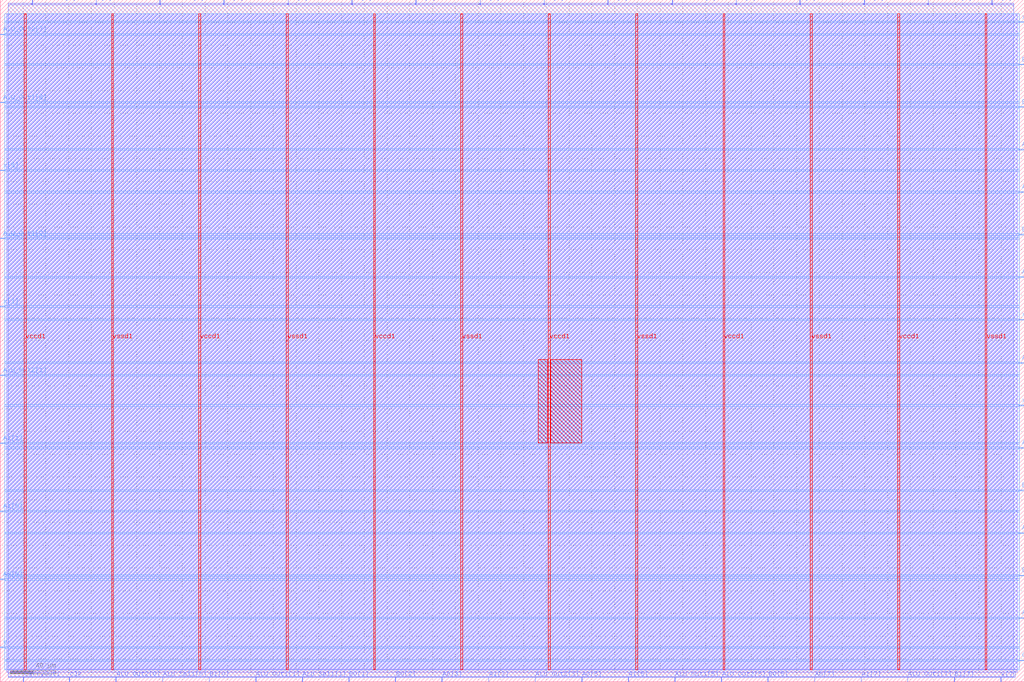
<source format=lef>
VERSION 5.7 ;
  NOWIREEXTENSIONATPIN ON ;
  DIVIDERCHAR "/" ;
  BUSBITCHARS "[]" ;
MACRO user_proj_example
  CLASS BLOCK ;
  FOREIGN user_proj_example ;
  ORIGIN 0.000 0.000 ;
  SIZE 900.000 BY 600.000 ;
  PIN A0[0]
    DIRECTION INPUT ;
    USE SIGNAL ;
    PORT
      LAYER met3 ;
        RECT 0.000 89.800 4.000 90.400 ;
    END
  END A0[0]
  PIN A0[1]
    DIRECTION INPUT ;
    USE SIGNAL ;
    PORT
      LAYER met3 ;
        RECT 896.000 130.600 900.000 131.200 ;
    END
  END A0[1]
  PIN A0[2]
    DIRECTION INPUT ;
    USE SIGNAL ;
    PORT
      LAYER met2 ;
        RECT 196.510 596.000 196.790 600.000 ;
    END
  END A0[2]
  PIN A0[3]
    DIRECTION INPUT ;
    USE SIGNAL ;
    PORT
      LAYER met2 ;
        RECT 388.330 0.000 388.610 4.000 ;
    END
  END A0[3]
  PIN A0[4]
    DIRECTION INPUT ;
    USE SIGNAL ;
    PORT
      LAYER met2 ;
        RECT 478.030 596.000 478.310 600.000 ;
    END
  END A0[4]
  PIN A0[5]
    DIRECTION INPUT ;
    USE SIGNAL ;
    PORT
      LAYER met2 ;
        RECT 511.150 0.000 511.430 4.000 ;
    END
  END A0[5]
  PIN A0[6]
    DIRECTION INPUT ;
    USE SIGNAL ;
    PORT
      LAYER met3 ;
        RECT 896.000 430.480 900.000 431.080 ;
    END
  END A0[6]
  PIN A0[7]
    DIRECTION INPUT ;
    USE SIGNAL ;
    PORT
      LAYER met2 ;
        RECT 715.850 0.000 716.130 4.000 ;
    END
  END A0[7]
  PIN A1[0]
    DIRECTION INPUT ;
    USE SIGNAL ;
    PORT
      LAYER met3 ;
        RECT 0.000 149.640 4.000 150.240 ;
    END
  END A1[0]
  PIN A1[1]
    DIRECTION INPUT ;
    USE SIGNAL ;
    PORT
      LAYER met3 ;
        RECT 0.000 209.480 4.000 210.080 ;
    END
  END A1[1]
  PIN A1[2]
    DIRECTION INPUT ;
    USE SIGNAL ;
    PORT
      LAYER met2 ;
        RECT 253.090 596.000 253.370 600.000 ;
    END
  END A1[2]
  PIN A1[3]
    DIRECTION INPUT ;
    USE SIGNAL ;
    PORT
      LAYER met2 ;
        RECT 429.270 0.000 429.550 4.000 ;
    END
  END A1[3]
  PIN A1[4]
    DIRECTION INPUT ;
    USE SIGNAL ;
    PORT
      LAYER met2 ;
        RECT 534.150 596.000 534.430 600.000 ;
    END
  END A1[4]
  PIN A1[5]
    DIRECTION INPUT ;
    USE SIGNAL ;
    PORT
      LAYER met2 ;
        RECT 552.090 0.000 552.370 4.000 ;
    END
  END A1[5]
  PIN A1[6]
    DIRECTION INPUT ;
    USE SIGNAL ;
    PORT
      LAYER met3 ;
        RECT 896.000 467.880 900.000 468.480 ;
    END
  END A1[6]
  PIN A1[7]
    DIRECTION INPUT ;
    USE SIGNAL ;
    PORT
      LAYER met2 ;
        RECT 756.790 0.000 757.070 4.000 ;
    END
  END A1[7]
  PIN ALU_Out1[0]
    DIRECTION OUTPUT TRISTATE ;
    USE SIGNAL ;
    PORT
      LAYER met3 ;
        RECT 896.000 55.800 900.000 56.400 ;
    END
  END ALU_Out1[0]
  PIN ALU_Out1[1]
    DIRECTION OUTPUT TRISTATE ;
    USE SIGNAL ;
    PORT
      LAYER met2 ;
        RECT 224.570 0.000 224.850 4.000 ;
    END
  END ALU_Out1[1]
  PIN ALU_Out1[2]
    DIRECTION OUTPUT TRISTATE ;
    USE SIGNAL ;
    PORT
      LAYER met3 ;
        RECT 0.000 389.680 4.000 390.280 ;
    END
  END ALU_Out1[2]
  PIN ALU_Out1[3]
    DIRECTION OUTPUT TRISTATE ;
    USE SIGNAL ;
    PORT
      LAYER met3 ;
        RECT 896.000 280.200 900.000 280.800 ;
    END
  END ALU_Out1[3]
  PIN ALU_Out1[4]
    DIRECTION OUTPUT TRISTATE ;
    USE SIGNAL ;
    PORT
      LAYER met3 ;
        RECT 896.000 355.680 900.000 356.280 ;
    END
  END ALU_Out1[4]
  PIN ALU_Out1[5]
    DIRECTION OUTPUT TRISTATE ;
    USE SIGNAL ;
    PORT
      LAYER met2 ;
        RECT 593.030 0.000 593.310 4.000 ;
    END
  END ALU_Out1[5]
  PIN ALU_Out1[6]
    DIRECTION OUTPUT TRISTATE ;
    USE SIGNAL ;
    PORT
      LAYER met3 ;
        RECT 0.000 509.360 4.000 509.960 ;
    END
  END ALU_Out1[6]
  PIN ALU_Out1[7]
    DIRECTION OUTPUT TRISTATE ;
    USE SIGNAL ;
    PORT
      LAYER met2 ;
        RECT 797.730 0.000 798.010 4.000 ;
    END
  END ALU_Out1[7]
  PIN ALU_Out2[0]
    DIRECTION OUTPUT TRISTATE ;
    USE SIGNAL ;
    PORT
      LAYER met2 ;
        RECT 101.750 0.000 102.030 4.000 ;
    END
  END ALU_Out2[0]
  PIN ALU_Out2[1]
    DIRECTION OUTPUT TRISTATE ;
    USE SIGNAL ;
    PORT
      LAYER met3 ;
        RECT 0.000 269.320 4.000 269.920 ;
    END
  END ALU_Out2[1]
  PIN ALU_Out2[2]
    DIRECTION OUTPUT TRISTATE ;
    USE SIGNAL ;
    PORT
      LAYER met3 ;
        RECT 896.000 205.400 900.000 206.000 ;
    END
  END ALU_Out2[2]
  PIN ALU_Out2[3]
    DIRECTION OUTPUT TRISTATE ;
    USE SIGNAL ;
    PORT
      LAYER met2 ;
        RECT 470.210 0.000 470.490 4.000 ;
    END
  END ALU_Out2[3]
  PIN ALU_Out2[4]
    DIRECTION OUTPUT TRISTATE ;
    USE SIGNAL ;
    PORT
      LAYER met2 ;
        RECT 590.730 596.000 591.010 600.000 ;
    END
  END ALU_Out2[4]
  PIN ALU_Out2[5]
    DIRECTION OUTPUT TRISTATE ;
    USE SIGNAL ;
    PORT
      LAYER met2 ;
        RECT 633.970 0.000 634.250 4.000 ;
    END
  END ALU_Out2[5]
  PIN ALU_Out2[6]
    DIRECTION OUTPUT TRISTATE ;
    USE SIGNAL ;
    PORT
      LAYER met2 ;
        RECT 815.670 596.000 815.950 600.000 ;
    END
  END ALU_Out2[6]
  PIN ALU_Out2[7]
    DIRECTION OUTPUT TRISTATE ;
    USE SIGNAL ;
    PORT
      LAYER met3 ;
        RECT 0.000 569.200 4.000 569.800 ;
    END
  END ALU_Out2[7]
  PIN ALU_Sel1[0]
    DIRECTION INPUT ;
    USE SIGNAL ;
    PORT
      LAYER met2 ;
        RECT 142.690 0.000 142.970 4.000 ;
    END
  END ALU_Sel1[0]
  PIN ALU_Sel1[1]
    DIRECTION INPUT ;
    USE SIGNAL ;
    PORT
      LAYER met2 ;
        RECT 265.510 0.000 265.790 4.000 ;
    END
  END ALU_Sel1[1]
  PIN ALU_Sel2[0]
    DIRECTION INPUT ;
    USE SIGNAL ;
    PORT
      LAYER met2 ;
        RECT 28.150 596.000 28.430 600.000 ;
    END
  END ALU_Sel2[0]
  PIN ALU_Sel2[1]
    DIRECTION INPUT ;
    USE SIGNAL ;
    PORT
      LAYER met2 ;
        RECT 140.390 596.000 140.670 600.000 ;
    END
  END ALU_Sel2[1]
  PIN B0[0]
    DIRECTION INPUT ;
    USE SIGNAL ;
    PORT
      LAYER met3 ;
        RECT 896.000 93.200 900.000 93.800 ;
    END
  END B0[0]
  PIN B0[1]
    DIRECTION INPUT ;
    USE SIGNAL ;
    PORT
      LAYER met2 ;
        RECT 306.450 0.000 306.730 4.000 ;
    END
  END B0[1]
  PIN B0[2]
    DIRECTION INPUT ;
    USE SIGNAL ;
    PORT
      LAYER met2 ;
        RECT 347.390 0.000 347.670 4.000 ;
    END
  END B0[2]
  PIN B0[3]
    DIRECTION INPUT ;
    USE SIGNAL ;
    PORT
      LAYER met2 ;
        RECT 365.330 596.000 365.610 600.000 ;
    END
  END B0[3]
  PIN B0[4]
    DIRECTION INPUT ;
    USE SIGNAL ;
    PORT
      LAYER met2 ;
        RECT 646.850 596.000 647.130 600.000 ;
    END
  END B0[4]
  PIN B0[5]
    DIRECTION INPUT ;
    USE SIGNAL ;
    PORT
      LAYER met2 ;
        RECT 674.910 0.000 675.190 4.000 ;
    END
  END B0[5]
  PIN B0[6]
    DIRECTION INPUT ;
    USE SIGNAL ;
    PORT
      LAYER met3 ;
        RECT 896.000 505.280 900.000 505.880 ;
    END
  END B0[6]
  PIN B0[7]
    DIRECTION INPUT ;
    USE SIGNAL ;
    PORT
      LAYER met2 ;
        RECT 871.790 596.000 872.070 600.000 ;
    END
  END B0[7]
  PIN B1[0]
    DIRECTION INPUT ;
    USE SIGNAL ;
    PORT
      LAYER met2 ;
        RECT 183.630 0.000 183.910 4.000 ;
    END
  END B1[0]
  PIN B1[1]
    DIRECTION INPUT ;
    USE SIGNAL ;
    PORT
      LAYER met3 ;
        RECT 896.000 168.000 900.000 168.600 ;
    END
  END B1[1]
  PIN B1[2]
    DIRECTION INPUT ;
    USE SIGNAL ;
    PORT
      LAYER met2 ;
        RECT 309.210 596.000 309.490 600.000 ;
    END
  END B1[2]
  PIN B1[3]
    DIRECTION INPUT ;
    USE SIGNAL ;
    PORT
      LAYER met2 ;
        RECT 421.910 596.000 422.190 600.000 ;
    END
  END B1[3]
  PIN B1[4]
    DIRECTION INPUT ;
    USE SIGNAL ;
    PORT
      LAYER met3 ;
        RECT 896.000 393.080 900.000 393.680 ;
    END
  END B1[4]
  PIN B1[5]
    DIRECTION INPUT ;
    USE SIGNAL ;
    PORT
      LAYER met2 ;
        RECT 759.550 596.000 759.830 600.000 ;
    END
  END B1[5]
  PIN B1[6]
    DIRECTION INPUT ;
    USE SIGNAL ;
    PORT
      LAYER met3 ;
        RECT 896.000 542.680 900.000 543.280 ;
    END
  END B1[6]
  PIN B1[7]
    DIRECTION INPUT ;
    USE SIGNAL ;
    PORT
      LAYER met2 ;
        RECT 838.670 0.000 838.950 4.000 ;
    END
  END B1[7]
  PIN CarryOut1
    DIRECTION OUTPUT TRISTATE ;
    USE SIGNAL ;
    PORT
      LAYER met2 ;
        RECT 20.330 0.000 20.610 4.000 ;
    END
  END CarryOut1
  PIN CarryOut2
    DIRECTION OUTPUT TRISTATE ;
    USE SIGNAL ;
    PORT
      LAYER met3 ;
        RECT 896.000 18.400 900.000 19.000 ;
    END
  END CarryOut2
  PIN clk
    DIRECTION INPUT ;
    USE SIGNAL ;
    PORT
      LAYER met2 ;
        RECT 60.810 0.000 61.090 4.000 ;
    END
  END clk
  PIN vccd1
    DIRECTION INPUT ;
    USE POWER ;
    PORT
      LAYER met4 ;
        RECT 21.040 10.640 22.640 587.760 ;
    END
    PORT
      LAYER met4 ;
        RECT 174.640 10.640 176.240 587.760 ;
    END
    PORT
      LAYER met4 ;
        RECT 328.240 10.640 329.840 587.760 ;
    END
    PORT
      LAYER met4 ;
        RECT 481.840 10.640 483.440 587.760 ;
    END
    PORT
      LAYER met4 ;
        RECT 635.440 10.640 637.040 587.760 ;
    END
    PORT
      LAYER met4 ;
        RECT 789.040 10.640 790.640 587.760 ;
    END
  END vccd1
  PIN vssd1
    DIRECTION INPUT ;
    USE GROUND ;
    PORT
      LAYER met4 ;
        RECT 97.840 10.640 99.440 587.760 ;
    END
    PORT
      LAYER met4 ;
        RECT 251.440 10.640 253.040 587.760 ;
    END
    PORT
      LAYER met4 ;
        RECT 405.040 10.640 406.640 587.760 ;
    END
    PORT
      LAYER met4 ;
        RECT 558.640 10.640 560.240 587.760 ;
    END
    PORT
      LAYER met4 ;
        RECT 712.240 10.640 713.840 587.760 ;
    END
    PORT
      LAYER met4 ;
        RECT 865.840 10.640 867.440 587.760 ;
    END
  END vssd1
  PIN x[0]
    DIRECTION OUTPUT TRISTATE ;
    USE SIGNAL ;
    PORT
      LAYER met2 ;
        RECT 84.270 596.000 84.550 600.000 ;
    END
  END x[0]
  PIN x[1]
    DIRECTION OUTPUT TRISTATE ;
    USE SIGNAL ;
    PORT
      LAYER met3 ;
        RECT 0.000 329.840 4.000 330.440 ;
    END
  END x[1]
  PIN x[2]
    DIRECTION OUTPUT TRISTATE ;
    USE SIGNAL ;
    PORT
      LAYER met3 ;
        RECT 896.000 242.800 900.000 243.400 ;
    END
  END x[2]
  PIN x[3]
    DIRECTION OUTPUT TRISTATE ;
    USE SIGNAL ;
    PORT
      LAYER met3 ;
        RECT 896.000 318.280 900.000 318.880 ;
    END
  END x[3]
  PIN x[4]
    DIRECTION OUTPUT TRISTATE ;
    USE SIGNAL ;
    PORT
      LAYER met2 ;
        RECT 702.970 596.000 703.250 600.000 ;
    END
  END x[4]
  PIN x[5]
    DIRECTION OUTPUT TRISTATE ;
    USE SIGNAL ;
    PORT
      LAYER met3 ;
        RECT 0.000 449.520 4.000 450.120 ;
    END
  END x[5]
  PIN x[6]
    DIRECTION OUTPUT TRISTATE ;
    USE SIGNAL ;
    PORT
      LAYER met3 ;
        RECT 896.000 580.080 900.000 580.680 ;
    END
  END x[6]
  PIN x[7]
    DIRECTION OUTPUT TRISTATE ;
    USE SIGNAL ;
    PORT
      LAYER met2 ;
        RECT 879.610 0.000 879.890 4.000 ;
    END
  END x[7]
  PIN y
    DIRECTION OUTPUT TRISTATE ;
    USE SIGNAL ;
    PORT
      LAYER met3 ;
        RECT 0.000 29.960 4.000 30.560 ;
    END
  END y
  OBS
      LAYER li1 ;
        RECT 5.520 10.795 894.240 587.605 ;
      LAYER met1 ;
        RECT 5.520 8.540 894.240 587.760 ;
      LAYER met2 ;
        RECT 6.990 595.720 27.870 596.770 ;
        RECT 28.710 595.720 83.990 596.770 ;
        RECT 84.830 595.720 140.110 596.770 ;
        RECT 140.950 595.720 196.230 596.770 ;
        RECT 197.070 595.720 252.810 596.770 ;
        RECT 253.650 595.720 308.930 596.770 ;
        RECT 309.770 595.720 365.050 596.770 ;
        RECT 365.890 595.720 421.630 596.770 ;
        RECT 422.470 595.720 477.750 596.770 ;
        RECT 478.590 595.720 533.870 596.770 ;
        RECT 534.710 595.720 590.450 596.770 ;
        RECT 591.290 595.720 646.570 596.770 ;
        RECT 647.410 595.720 702.690 596.770 ;
        RECT 703.530 595.720 759.270 596.770 ;
        RECT 760.110 595.720 815.390 596.770 ;
        RECT 816.230 595.720 871.510 596.770 ;
        RECT 872.350 595.720 890.930 596.770 ;
        RECT 6.990 4.280 890.930 595.720 ;
        RECT 6.990 4.000 20.050 4.280 ;
        RECT 20.890 4.000 60.530 4.280 ;
        RECT 61.370 4.000 101.470 4.280 ;
        RECT 102.310 4.000 142.410 4.280 ;
        RECT 143.250 4.000 183.350 4.280 ;
        RECT 184.190 4.000 224.290 4.280 ;
        RECT 225.130 4.000 265.230 4.280 ;
        RECT 266.070 4.000 306.170 4.280 ;
        RECT 307.010 4.000 347.110 4.280 ;
        RECT 347.950 4.000 388.050 4.280 ;
        RECT 388.890 4.000 428.990 4.280 ;
        RECT 429.830 4.000 469.930 4.280 ;
        RECT 470.770 4.000 510.870 4.280 ;
        RECT 511.710 4.000 551.810 4.280 ;
        RECT 552.650 4.000 592.750 4.280 ;
        RECT 593.590 4.000 633.690 4.280 ;
        RECT 634.530 4.000 674.630 4.280 ;
        RECT 675.470 4.000 715.570 4.280 ;
        RECT 716.410 4.000 756.510 4.280 ;
        RECT 757.350 4.000 797.450 4.280 ;
        RECT 798.290 4.000 838.390 4.280 ;
        RECT 839.230 4.000 879.330 4.280 ;
        RECT 880.170 4.000 890.930 4.280 ;
      LAYER met3 ;
        RECT 4.000 581.080 896.000 587.685 ;
        RECT 4.000 579.680 895.600 581.080 ;
        RECT 4.000 570.200 896.000 579.680 ;
        RECT 4.400 568.800 896.000 570.200 ;
        RECT 4.000 543.680 896.000 568.800 ;
        RECT 4.000 542.280 895.600 543.680 ;
        RECT 4.000 510.360 896.000 542.280 ;
        RECT 4.400 508.960 896.000 510.360 ;
        RECT 4.000 506.280 896.000 508.960 ;
        RECT 4.000 504.880 895.600 506.280 ;
        RECT 4.000 468.880 896.000 504.880 ;
        RECT 4.000 467.480 895.600 468.880 ;
        RECT 4.000 450.520 896.000 467.480 ;
        RECT 4.400 449.120 896.000 450.520 ;
        RECT 4.000 431.480 896.000 449.120 ;
        RECT 4.000 430.080 895.600 431.480 ;
        RECT 4.000 394.080 896.000 430.080 ;
        RECT 4.000 392.680 895.600 394.080 ;
        RECT 4.000 390.680 896.000 392.680 ;
        RECT 4.400 389.280 896.000 390.680 ;
        RECT 4.000 356.680 896.000 389.280 ;
        RECT 4.000 355.280 895.600 356.680 ;
        RECT 4.000 330.840 896.000 355.280 ;
        RECT 4.400 329.440 896.000 330.840 ;
        RECT 4.000 319.280 896.000 329.440 ;
        RECT 4.000 317.880 895.600 319.280 ;
        RECT 4.000 281.200 896.000 317.880 ;
        RECT 4.000 279.800 895.600 281.200 ;
        RECT 4.000 270.320 896.000 279.800 ;
        RECT 4.400 268.920 896.000 270.320 ;
        RECT 4.000 243.800 896.000 268.920 ;
        RECT 4.000 242.400 895.600 243.800 ;
        RECT 4.000 210.480 896.000 242.400 ;
        RECT 4.400 209.080 896.000 210.480 ;
        RECT 4.000 206.400 896.000 209.080 ;
        RECT 4.000 205.000 895.600 206.400 ;
        RECT 4.000 169.000 896.000 205.000 ;
        RECT 4.000 167.600 895.600 169.000 ;
        RECT 4.000 150.640 896.000 167.600 ;
        RECT 4.400 149.240 896.000 150.640 ;
        RECT 4.000 131.600 896.000 149.240 ;
        RECT 4.000 130.200 895.600 131.600 ;
        RECT 4.000 94.200 896.000 130.200 ;
        RECT 4.000 92.800 895.600 94.200 ;
        RECT 4.000 90.800 896.000 92.800 ;
        RECT 4.400 89.400 896.000 90.800 ;
        RECT 4.000 56.800 896.000 89.400 ;
        RECT 4.000 55.400 895.600 56.800 ;
        RECT 4.000 30.960 896.000 55.400 ;
        RECT 4.400 29.560 896.000 30.960 ;
        RECT 4.000 19.400 896.000 29.560 ;
        RECT 4.000 18.000 895.600 19.400 ;
        RECT 4.000 10.715 896.000 18.000 ;
      LAYER met4 ;
        RECT 473.175 210.295 481.440 283.385 ;
        RECT 483.840 210.295 511.225 283.385 ;
  END
END user_proj_example
END LIBRARY


</source>
